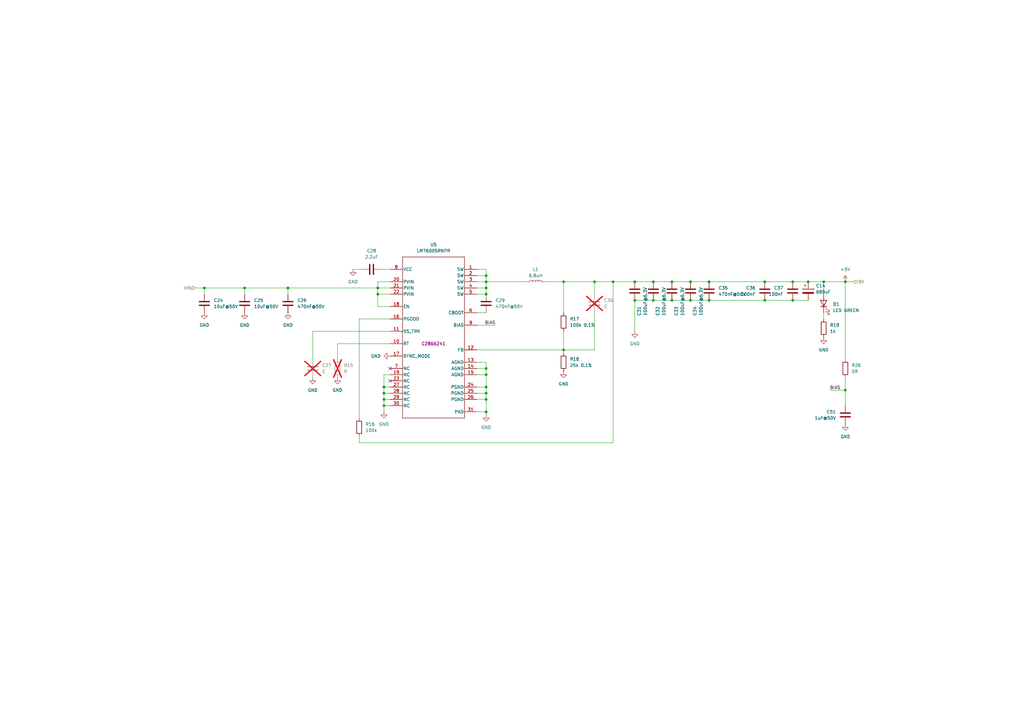
<source format=kicad_sch>
(kicad_sch (version 20250114) (generator "eeschema") (generator_version "9.0")
  (paper "A3")
  (title_block (title "OpenMower SABO Mainboard for Series I & II") (date "2025-05-22") (rev "v0.2") (company "Apeheanger <joerg@ebeling.ws> for OpenMower") (comment 1 "This design is licensed under CC BY-NC 4.0"))
  (lib_symbols
    (symbol "Device:C" (pin_numbers (hide yes)) (pin_names (offset 0.254))
      (property "Reference" "C" (at 0.635 2.54 0))
      (property "Value" "C" (at 0.635 -2.54 0))
      (symbol "C_0_1"
        (polyline (pts (xy -2.032 0.762) (xy 2.032 0.762)) (stroke (width 0.508)))
        (polyline (pts (xy -2.032 -0.762) (xy 2.032 -0.762)) (stroke (width 0.508)))
      )
      (symbol "C_1_1"
        (pin passive line (at 0 3.81 270) (length 2.794) (name "~") (number "1"))
        (pin passive line (at 0 -3.81 90) (length 2.794) (name "~") (number "2"))
      )
    )
    (symbol "Device:C_Polarized" (pin_numbers (hide yes)) (pin_names (offset 0.254))
      (property "Reference" "C" (at 0.635 2.54 0))
      (property "Value" "C_Polarized" (at 0.635 -2.54 0))
      (symbol "C_Polarized_0_1"
        (rectangle (start -2.286 0.508) (end 2.286 1.016))
        (polyline (pts (xy -1.778 2.286) (xy -0.762 2.286)))
        (polyline (pts (xy -1.27 2.794) (xy -1.27 1.778)))
        (rectangle (start 2.286 -0.508) (end -2.286 -1.016) (fill (type outline)))
      )
      (symbol "C_Polarized_1_1"
        (pin passive line (at 0 3.81 270) (length 2.794) (name "~") (number "1"))
        (pin passive line (at 0 -3.81 90) (length 2.794) (name "~") (number "2"))
      )
    )
    (symbol "Device:L" (pin_numbers (hide yes)) (pin_names (offset 1.016) (hide yes))
      (property "Reference" "L" (at -1.27 0 90))
      (property "Value" "L" (at 1.905 0 90))
      (symbol "L_0_1"
        (arc (start 0 2.54) (mid 0.6323 1.905) (end 0 1.27))
        (arc (start 0 1.27) (mid 0.6323 0.635) (end 0 0))
        (arc (start 0 0) (mid 0.6323 -0.635) (end 0 -1.27))
        (arc (start 0 -1.27) (mid 0.6323 -1.905) (end 0 -2.54))
      )
      (symbol "L_1_1"
        (pin passive line (at 0 3.81 270) (length 1.27) (name "1") (number "1"))
        (pin passive line (at 0 -3.81 90) (length 1.27) (name "2") (number "2"))
      )
    )
    (symbol "Device:LED" (pin_numbers (hide yes)) (pin_names (offset 1.016) (hide yes))
      (property "Reference" "D" (at 0 2.54 0))
      (property "Value" "LED" (at 0 -2.54 0))
      (symbol "LED_0_1"
        (polyline (pts (xy -3.048 -0.762) (xy -4.572 -2.286) (xy -3.81 -2.286) (xy -4.572 -2.286) (xy -4.572 -1.524)))
        (polyline (pts (xy -1.778 -0.762) (xy -3.302 -2.286) (xy -2.54 -2.286) (xy -3.302 -2.286) (xy -3.302 -1.524)))
        (polyline (pts (xy -1.27 0) (xy 1.27 0)))
        (polyline (pts (xy -1.27 -1.27) (xy -1.27 1.27)) (stroke (width 0.254)))
        (polyline (pts (xy 1.27 -1.27) (xy 1.27 1.27) (xy -1.27 0) (xy 1.27 -1.27)) (stroke (width 0.254)))
      )
      (symbol "LED_1_1"
        (pin passive line (at -3.81 0 0) (length 2.54) (name "K") (number "1"))
        (pin passive line (at 3.81 0 180) (length 2.54) (name "A") (number "2"))
      )
    )
    (symbol "Device:R" (pin_numbers (hide yes)) (pin_names (offset 0))
      (property "Reference" "R" (at 2.032 0 90))
      (property "Value" "R" (at 0 0 90))
      (symbol "R_0_1"
        (rectangle (start -1.016 -2.54) (end 1.016 2.54) (stroke (width 0.254)))
      )
      (symbol "R_1_1"
        (pin passive line (at 0 3.81 270) (length 1.27) (name "~") (number "1"))
        (pin passive line (at 0 -3.81 90) (length 1.27) (name "~") (number "2"))
      )
    )
    (symbol "LM76005RNPR:LM76005RNPR" (pin_names (offset 0.254))
      (property "Reference" "U" (at 0 2.54 0))
      (property "Value" "LM76005RNPR" (at 0 0 0))
      (symbol "LM76005RNPR_0_1"
        (polyline (pts (xy -12.7 35.56) (xy -12.7 -30.48)) (stroke (width 0.2032)))
        (polyline (pts (xy -12.7 -30.48) (xy 12.7 -30.48)) (stroke (width 0.2032)))
        (polyline (pts (xy 12.7 35.56) (xy -12.7 35.56)) (stroke (width 0.2032)))
        (polyline (pts (xy 12.7 -30.48) (xy 12.7 35.56)) (stroke (width 0.2032)))
        (pin power_in line (at -17.78 30.48 0) (length 5.08) (name "VCC") (number "8"))
        (pin power_in line (at -17.78 25.4 0) (length 5.08) (name "PVIN") (number "20"))
        (pin power_in line (at -17.78 22.86 0) (length 5.08) (name "PVIN") (number "21"))
        (pin power_in line (at -17.78 20.32 0) (length 5.08) (name "PVIN") (number "22"))
        (pin input line (at -17.78 15.24 0) (length 5.08) (name "EN") (number "18"))
        (pin open_collector line (at -17.78 10.16 0) (length 5.08) (name "PGOOD") (number "16"))
        (pin input line (at -17.78 5.08 0) (length 5.08) (name "SS_TRK") (number "11"))
        (pin input line (at -17.78 0 0) (length 5.08) (name "RT") (number "10"))
        (pin input line (at -17.78 -5.08 0) (length 5.08) (name "SYNC_MODE") (number "17"))
        (pin unspecified line (at -17.78 -10.16 0) (length 5.08) (name "NC") (number "7"))
        (pin unspecified line (at -17.78 -12.7 0) (length 5.08) (name "NC") (number "19"))
        (pin unspecified line (at -17.78 -15.24 0) (length 5.08) (name "NC") (number "23"))
        (pin unspecified line (at -17.78 -17.78 0) (length 5.08) (name "NC") (number "27"))
        (pin unspecified line (at -17.78 -20.32 0) (length 5.08) (name "NC") (number "28"))
        (pin unspecified line (at -17.78 -22.86 0) (length 5.08) (name "NC") (number "29"))
        (pin unspecified line (at -17.78 -25.4 0) (length 5.08) (name "NC") (number "30"))
        (pin power_in line (at 17.78 30.48 180) (length 5.08) (name "SW") (number "1"))
        (pin power_in line (at 17.78 27.94 180) (length 5.08) (name "SW") (number "2"))
        (pin power_in line (at 17.78 25.4 180) (length 5.08) (name "SW") (number "3"))
        (pin power_in line (at 17.78 22.86 180) (length 5.08) (name "SW") (number "4"))
        (pin power_in line (at 17.78 20.32 180) (length 5.08) (name "SW") (number "5"))
        (pin power_in line (at 17.78 12.7 180) (length 5.08) (name "CBOOT") (number "6"))
        (pin unspecified line (at 17.78 7.62 180) (length 5.08) (name "BIAS") (number "9"))
        (pin input line (at 17.78 -2.54 180) (length 5.08) (name "FB") (number "12"))
        (pin power_in line (at 17.78 -7.62 180) (length 5.08) (name "AGND") (number "13"))
        (pin power_in line (at 17.78 -10.16 180) (length 5.08) (name "AGND") (number "14"))
        (pin power_in line (at 17.78 -12.7 180) (length 5.08) (name "AGND") (number "15"))
        (pin power_in line (at 17.78 -17.78 180) (length 5.08) (name "PGND") (number "24"))
        (pin power_in line (at 17.78 -20.32 180) (length 5.08) (name "PGND") (number "25"))
        (pin power_in line (at 17.78 -22.86 180) (length 5.08) (name "PGND") (number "26"))
        (pin power_in line (at 17.78 -27.94 180) (length 5.08) (name "PAD") (number "31"))
      )
    )
    (symbol "power:+5V" (power) (pin_numbers (hide yes)) (pin_names (offset 0) (hide yes))
      (property "Value" "+5V" (at 0 3.556 0))
      (symbol "+5V_0_1"
        (polyline (pts (xy -0.762 1.27) (xy 0 2.54)))
        (polyline (pts (xy 0 2.54) (xy 0.762 1.27)))
        (polyline (pts (xy 0 0) (xy 0 2.54)))
      )
      (symbol "+5V_1_1"
        (pin power_in line (at 0 0 90) (length 0) (name "~") (number "1"))
      )
    )
    (symbol "power:GND" (power) (pin_numbers (hide yes)) (pin_names (offset 0) (hide yes))
      (property "Value" "GND" (at 0 -3.81 0))
      (symbol "GND_0_1"
        (polyline (pts (xy 0 0) (xy 0 -1.27) (xy 1.27 -1.27) (xy 0 -2.54) (xy -1.27 -1.27) (xy 0 -1.27)))
      )
      (symbol "GND_1_1"
        (pin power_in line (at 0 0 270) (length 0) (name "~") (number "1"))
      )
    )
  )
  (junction (at 199.39 158.75))
  (junction (at 337.82 115.57))
  (junction (at 267.97 115.57))
  (junction (at 83.82 118.11))
  (junction (at 199.39 163.83))
  (junction (at 199.39 161.29))
  (junction (at 154.94 118.11))
  (junction (at 275.59 123.19))
  (junction (at 283.21 123.19))
  (junction (at 267.97 123.19))
  (junction (at 283.21 115.57))
  (junction (at 199.39 151.13))
  (junction (at 313.69 123.19))
  (junction (at 346.71 160.02))
  (junction (at 199.39 115.57))
  (junction (at 199.39 113.03))
  (junction (at 231.14 143.51))
  (junction (at 199.39 168.91))
  (junction (at 290.83 123.19))
  (junction (at 199.39 120.65))
  (junction (at 154.94 120.65))
  (junction (at 331.47 115.57))
  (junction (at 260.35 123.19))
  (junction (at 118.11 118.11))
  (junction (at 100.33 118.11))
  (junction (at 157.48 158.75))
  (junction (at 243.84 115.57))
  (junction (at 157.48 161.29))
  (junction (at 325.12 123.19))
  (junction (at 231.14 115.57))
  (junction (at 157.48 166.37))
  (junction (at 199.39 118.11))
  (junction (at 251.46 115.57))
  (junction (at 157.48 163.83))
  (junction (at 260.35 115.57))
  (junction (at 313.69 115.57))
  (junction (at 275.59 115.57))
  (junction (at 199.39 153.67))
  (junction (at 290.83 115.57))
  (junction (at 325.12 115.57))
  (junction (at 346.71 115.57))
  (no_connect (at 160.02 156.21))
  (no_connect (at 160.02 151.13))
  (wire (pts (xy 243.84 115.57) (xy 231.14 115.57)))
  (wire (pts (xy 346.71 115.57) (xy 346.71 147.32)))
  (wire (pts (xy 154.94 120.65) (xy 160.02 120.65)))
  (wire (pts (xy 160.02 125.73) (xy 154.94 125.73)))
  (wire (pts (xy 195.58 143.51) (xy 231.14 143.51)))
  (wire (pts (xy 251.46 115.57) (xy 251.46 181.61)))
  (wire (pts (xy 195.58 161.29) (xy 199.39 161.29)))
  (wire (pts (xy 118.11 118.11) (xy 154.94 118.11)))
  (wire (pts (xy 195.58 133.35) (xy 203.2 133.35)))
  (wire (pts (xy 157.48 166.37) (xy 160.02 166.37)))
  (wire (pts (xy 154.94 118.11) (xy 154.94 120.65)))
  (wire (pts (xy 195.58 158.75) (xy 199.39 158.75)))
  (wire (pts (xy 157.48 161.29) (xy 160.02 161.29)))
  (wire (pts (xy 231.14 115.57) (xy 231.14 128.27)))
  (wire (pts (xy 337.82 115.57) (xy 337.82 120.65)))
  (wire (pts (xy 157.48 163.83) (xy 160.02 163.83)))
  (wire (pts (xy 157.48 153.67) (xy 160.02 153.67)))
  (wire (pts (xy 283.21 115.57) (xy 290.83 115.57)))
  (wire (pts (xy 195.58 113.03) (xy 199.39 113.03)))
  (wire (pts (xy 157.48 161.29) (xy 157.48 158.75)))
  (wire (pts (xy 147.32 130.81) (xy 147.32 171.45)))
  (wire (pts (xy 144.78 110.49) (xy 148.59 110.49)))
  (wire (pts (xy 346.71 154.94) (xy 346.71 160.02)))
  (wire (pts (xy 157.48 163.83) (xy 157.48 161.29)))
  (wire (pts (xy 325.12 115.57) (xy 331.47 115.57)))
  (wire (pts (xy 195.58 118.11) (xy 199.39 118.11)))
  (wire (pts (xy 251.46 115.57) (xy 260.35 115.57)))
  (wire (pts (xy 160.02 135.89) (xy 128.27 135.89)))
  (wire (pts (xy 195.58 153.67) (xy 199.39 153.67)))
  (wire (pts (xy 154.94 120.65) (xy 154.94 125.73)))
  (wire (pts (xy 267.97 115.57) (xy 275.59 115.57)))
  (wire (pts (xy 199.39 168.91) (xy 199.39 170.18)))
  (wire (pts (xy 223.52 115.57) (xy 231.14 115.57)))
  (wire (pts (xy 313.69 115.57) (xy 325.12 115.57)))
  (wire (pts (xy 195.58 110.49) (xy 199.39 110.49)))
  (wire (pts (xy 156.21 110.49) (xy 160.02 110.49)))
  (wire (pts (xy 199.39 163.83) (xy 199.39 168.91)))
  (wire (pts (xy 199.39 110.49) (xy 199.39 113.03)))
  (wire (pts (xy 346.71 160.02) (xy 346.71 166.37)))
  (wire (pts (xy 160.02 140.97) (xy 138.43 140.97)))
  (wire (pts (xy 337.82 128.27) (xy 337.82 130.81)))
  (wire (pts (xy 157.48 158.75) (xy 160.02 158.75)))
  (wire (pts (xy 199.39 118.11) (xy 199.39 120.65)))
  (wire (pts (xy 199.39 151.13) (xy 199.39 153.67)))
  (wire (pts (xy 100.33 118.11) (xy 118.11 118.11)))
  (wire (pts (xy 231.14 135.89) (xy 231.14 143.51)))
  (wire (pts (xy 231.14 143.51) (xy 231.14 144.78)))
  (wire (pts (xy 243.84 128.27) (xy 243.84 143.51)))
  (wire (pts (xy 290.83 115.57) (xy 313.69 115.57)))
  (wire (pts (xy 157.48 158.75) (xy 157.48 153.67)))
  (wire (pts (xy 154.94 118.11) (xy 160.02 118.11)))
  (wire (pts (xy 100.33 118.11) (xy 100.33 120.65)))
  (wire (pts (xy 83.82 118.11) (xy 83.82 120.65)))
  (wire (pts (xy 199.39 120.65) (xy 195.58 120.65)))
  (wire (pts (xy 243.84 115.57) (xy 243.84 120.65)))
  (wire (pts (xy 147.32 130.81) (xy 160.02 130.81)))
  (wire (pts (xy 199.39 115.57) (xy 215.9 115.57)))
  (wire (pts (xy 157.48 168.91) (xy 157.48 166.37)))
  (wire (pts (xy 199.39 158.75) (xy 199.39 161.29)))
  (wire (pts (xy 147.32 181.61) (xy 251.46 181.61)))
  (wire (pts (xy 80.01 118.11) (xy 83.82 118.11)))
  (wire (pts (xy 199.39 115.57) (xy 199.39 118.11)))
  (wire (pts (xy 243.84 143.51) (xy 231.14 143.51)))
  (wire (pts (xy 283.21 123.19) (xy 275.59 123.19)))
  (wire (pts (xy 313.69 123.19) (xy 290.83 123.19)))
  (wire (pts (xy 199.39 113.03) (xy 199.39 115.57)))
  (wire (pts (xy 275.59 123.19) (xy 267.97 123.19)))
  (wire (pts (xy 195.58 151.13) (xy 199.39 151.13)))
  (wire (pts (xy 195.58 128.27) (xy 199.39 128.27)))
  (wire (pts (xy 290.83 123.19) (xy 283.21 123.19)))
  (wire (pts (xy 157.48 166.37) (xy 157.48 163.83)))
  (wire (pts (xy 118.11 118.11) (xy 118.11 120.65)))
  (wire (pts (xy 275.59 115.57) (xy 283.21 115.57)))
  (wire (pts (xy 251.46 115.57) (xy 243.84 115.57)))
  (wire (pts (xy 195.58 115.57) (xy 199.39 115.57)))
  (wire (pts (xy 340.36 160.02) (xy 346.71 160.02)))
  (wire (pts (xy 325.12 123.19) (xy 313.69 123.19)))
  (wire (pts (xy 138.43 140.97) (xy 138.43 147.32)))
  (wire (pts (xy 195.58 168.91) (xy 199.39 168.91)))
  (wire (pts (xy 325.12 123.19) (xy 331.47 123.19)))
  (wire (pts (xy 199.39 161.29) (xy 199.39 163.83)))
  (wire (pts (xy 337.82 115.57) (xy 346.71 115.57)))
  (wire (pts (xy 128.27 135.89) (xy 128.27 147.32)))
  (wire (pts (xy 195.58 163.83) (xy 199.39 163.83)))
  (wire (pts (xy 267.97 123.19) (xy 260.35 123.19)))
  (wire (pts (xy 195.58 148.59) (xy 199.39 148.59)))
  (wire (pts (xy 147.32 181.61) (xy 147.32 179.07)))
  (wire (pts (xy 160.02 115.57) (xy 154.94 115.57)))
  (wire (pts (xy 346.71 115.57) (xy 350.52 115.57)))
  (wire (pts (xy 154.94 115.57) (xy 154.94 118.11)))
  (wire (pts (xy 199.39 148.59) (xy 199.39 151.13)))
  (wire (pts (xy 260.35 123.19) (xy 260.35 135.89)))
  (wire (pts (xy 199.39 153.67) (xy 199.39 158.75)))
  (wire (pts (xy 260.35 115.57) (xy 267.97 115.57)))
  (wire (pts (xy 83.82 118.11) (xy 100.33 118.11)))
  (wire (pts (xy 331.47 115.57) (xy 337.82 115.57)))
  (label "BIAS" (at 203.2 133.35 180))
  (label "BIAS" (at 340.36 160.02 0))
  (hierarchical_label "VIN" (shape input) (at 80.01 118.11 180))
  (hierarchical_label "5V" (shape output) (at 350.52 115.57 0))
  (symbol (lib_id "Device:C") (at 283.21 119.38 0) (unit 1)
    (property "Reference" "C34" (at 284.988 129.54 90) (effects (justify left)))
    (property "Value" "100uF@6.3V" (at 287.528 129.54 90) (effects (justify left)))
    (property "Footprint" "Capacitor_SMD:C_1206_3216Metric" (effects (hide yes)))
    (property "Description" "Unpolarized capacitor" (effects (hide yes)))
    (property "JLC" "C15008" (effects (hide yes)))
  )
  (symbol (lib_id "power:GND") (at 157.48 168.91 0) (unit 1)
    (property "Reference" "#PWR044" (effects (hide yes)))
    (property "Value" "GND" (at 157.48 173.99 0))
    (property "Description" "Power symbol creates a global label with name \"GND\" , ground" (effects (hide yes)))
  )
  (symbol (lib_id "Device:R") (at 147.32 175.26 0) (unit 1)
    (property "Reference" "R16" (at 149.86 173.9899 0) (effects (justify left)))
    (property "Value" "100k" (at 149.86 176.5299 0) (effects (justify left)))
    (property "Footprint" "Resistor_SMD:R_0805_2012Metric" (effects (hide yes)))
    (property "Description" "Resistor" (effects (hide yes)))
    (property "JLC" "C149504" (effects (hide yes)))
  )
  (symbol (lib_id "power:GND") (at 231.14 152.4 0) (unit 1)
    (property "Reference" "#PWR048" (effects (hide yes)))
    (property "Value" "GND" (at 231.14 157.48 0))
    (property "Description" "Power symbol creates a global label with name \"GND\" , ground" (effects (hide yes)))
  )
  (symbol (lib_id "power:GND") (at 337.82 138.43 0) (unit 1)
    (property "Reference" "#PWR050" (effects (hide yes)))
    (property "Value" "GND" (at 337.82 143.51 0))
    (property "Description" "Power symbol creates a global label with name \"GND\" , ground" (effects (hide yes)))
  )
  (symbol (lib_id "Device:C") (at 325.12 119.38 0) (mirror x) (unit 1)
    (property "Reference" "C37" (at 321.31 118.1099 0) (effects (justify right)))
    (property "Value" "100nF" (at 321.31 120.6499 0) (effects (justify right)))
    (property "Footprint" "Capacitor_SMD:C_0402_1005Metric" (effects (hide yes)))
    (property "Description" "Unpolarized capacitor" (effects (hide yes)))
    (property "JLC" "C307331" (effects (hide yes)))
  )
  (symbol (lib_id "Device:C") (at 290.83 119.38 0) (unit 1)
    (property "Reference" "C35" (at 294.64 118.1099 0) (effects (justify left)))
    (property "Value" "470nF@50V" (at 294.64 120.6499 0) (effects (justify left)))
    (property "Footprint" "Capacitor_SMD:C_0805_2012Metric" (effects (hide yes)))
    (property "Description" "Unpolarized capacitor" (effects (hide yes)))
    (property "JLC" "C13967" (effects (hide yes)))
  )
  (symbol (lib_id "Device:L") (at 219.71 115.57 90) (unit 1)
    (property "Reference" "L1" (at 219.71 110.49 90))
    (property "Value" "6.8uH" (at 219.71 113.03 90))
    (property "Footprint" "Inductor_SMD:L_Sunlord_MWSA1004S" (effects (hide yes)))
    (property "Description" "Inductor" (effects (hide yes)))
    (property "JLC" "C408485" (effects (hide yes)))
  )
  (symbol (lib_id "Device:C") (at 83.82 124.46 0) (unit 1)
    (property "Reference" "C24" (at 87.63 123.1899 0) (effects (justify left)))
    (property "Value" "10uF@50V" (at 87.63 125.7299 0) (effects (justify left)))
    (property "Footprint" "Capacitor_SMD:C_1206_3216Metric" (effects (hide yes)))
    (property "Description" "Unpolarized capacitor" (effects (hide yes)))
    (property "JLC" "C13585" (effects (hide yes)))
  )
  (symbol (lib_id "LM76005RNPR:LM76005RNPR") (at 177.8 140.97 0) (unit 1)
    (property "Reference" "U5" (at 177.8 100.33 0))
    (property "Value" "LM76005RNPR" (at 177.8 102.87 0))
    (property "Footprint" "local_DCDC:LM76005RNPR" (effects (hide yes)))
    (property "Datasheet" "LM76005RNPR" (effects (hide yes)))
    (property "MF" "Texas Instruments" (effects (hide yes)))
    (property "MP" "LM76005RNPR" (effects (hide yes)))
    (property "LCSC Part #" "C2866241" (at 177.8 140.97 0))
  )
  (symbol (lib_id "Device:R") (at 231.14 148.59 0) (unit 1)
    (property "Reference" "R18" (at 233.68 147.3199 0) (effects (justify left)))
    (property "Value" "25k 0.1%" (at 233.68 149.8599 0) (effects (justify left)))
    (property "Footprint" "Resistor_SMD:R_0805_2012Metric" (effects (hide yes)))
    (property "Description" "Resistor" (effects (hide yes)))
    (property "JLC" "C153306" (effects (hide yes)))
  )
  (symbol (lib_id "power:GND") (at 260.35 135.89 0) (unit 1)
    (property "Reference" "#PWR049" (effects (hide yes)))
    (property "Value" "GND" (at 260.35 140.97 0))
    (property "Description" "Power symbol creates a global label with name \"GND\" , ground" (effects (hide yes)))
  )
  (symbol (lib_id "Device:LED") (at 337.82 124.46 90) (unit 1)
    (property "Reference" "D1" (at 341.63 124.7774 90) (effects (justify right)))
    (property "Value" "LED GREEN" (at 341.63 127.3174 90) (effects (justify right)))
    (property "Footprint" "LED_SMD:LED_0805_2012Metric" (effects (hide yes)))
    (property "Description" "Light emitting diode" (effects (hide yes)))
    (property "JLC" "C2297" (effects (hide yes)))
    (property "Sim.Pins" "1=K 2=A" (effects (hide yes)))
  )
  (symbol (lib_id "Device:R") (at 346.71 151.13 0) (unit 1)
    (property "Reference" "R26" (at 349.25 149.8599 0) (effects (justify left)))
    (property "Value" "0R" (at 349.25 152.3999 0) (effects (justify left)))
    (property "Footprint" "Resistor_SMD:R_0805_2012Metric" (effects (hide yes)))
    (property "Description" "Resistor" (effects (hide yes)))
    (property "JLC" "C17477" (effects (hide yes)))
  )
  (symbol (lib_id "Device:C") (at 100.33 124.46 0) (unit 1)
    (property "Reference" "C25" (at 104.14 123.1899 0) (effects (justify left)))
    (property "Value" "10uF@50V" (at 104.14 125.7299 0) (effects (justify left)))
    (property "Footprint" "Capacitor_SMD:C_1206_3216Metric" (effects (hide yes)))
    (property "Description" "Unpolarized capacitor" (effects (hide yes)))
    (property "JLC" "C13585" (effects (hide yes)))
  )
  (symbol (lib_id "power:GND") (at 83.82 128.27 0) (unit 1)
    (property "Reference" "#PWR038" (effects (hide yes)))
    (property "Value" "GND" (at 83.82 133.35 0))
    (property "Description" "Power symbol creates a global label with name \"GND\" , ground" (effects (hide yes)))
  )
  (symbol (lib_id "Device:C") (at 267.97 119.38 0) (unit 1)
    (property "Reference" "C32" (at 269.748 129.54 90) (effects (justify left)))
    (property "Value" "100uF@6.3V" (at 272.288 129.54 90) (effects (justify left)))
    (property "Footprint" "Capacitor_SMD:C_1206_3216Metric" (effects (hide yes)))
    (property "Description" "Unpolarized capacitor" (effects (hide yes)))
    (property "JLC" "C15008" (effects (hide yes)))
  )
  (symbol (lib_id "Device:C") (at 199.39 124.46 180) (unit 1)
    (property "Reference" "C29" (at 203.2 123.1899 0) (effects (justify right)))
    (property "Value" "470nF@50V" (at 203.2 125.7299 0) (effects (justify right)))
    (property "Footprint" "Capacitor_SMD:C_0805_2012Metric" (effects (hide yes)))
    (property "Description" "Unpolarized capacitor" (effects (hide yes)))
    (property "JLC" "C13967" (effects (hide yes)))
  )
  (symbol (lib_id "Device:C") (at 128.27 151.13 0) (unit 1) (dnp yes)
    (property "Reference" "C27" (at 132.08 149.8599 0) (effects (justify left)))
    (property "Value" "C" (at 132.08 152.3999 0) (effects (justify left)))
    (property "Footprint" "Capacitor_SMD:C_0805_2012Metric" (effects (hide yes)))
    (property "Description" "Unpolarized capacitor" (effects (hide yes)))
  )
  (symbol (lib_id "power:GND") (at 160.02 146.05 270) (unit 1)
    (property "Reference" "#PWR043" (effects (hide yes)))
    (property "Value" "GND" (at 156.21 146.0499 90) (effects (justify right)))
    (property "Description" "Power symbol creates a global label with name \"GND\" , ground" (effects (hide yes)))
  )
  (symbol (lib_id "power:GND") (at 128.27 154.94 0) (unit 1)
    (property "Reference" "#PWR041" (effects (hide yes)))
    (property "Value" "GND" (at 128.27 160.02 0))
    (property "Description" "Power symbol creates a global label with name \"GND\" , ground" (effects (hide yes)))
  )
  (symbol (lib_id "Device:R") (at 138.43 151.13 0) (unit 1) (dnp yes)
    (property "Reference" "R15" (at 140.97 149.8599 0) (effects (justify left)))
    (property "Value" "R" (at 140.97 152.3999 0) (effects (justify left)))
    (property "Footprint" "Resistor_SMD:R_0805_2012Metric" (effects (hide yes)))
    (property "Description" "Resistor" (effects (hide yes)))
  )
  (symbol (lib_id "power:GND") (at 118.11 128.27 0) (unit 1)
    (property "Reference" "#PWR040" (effects (hide yes)))
    (property "Value" "GND" (at 118.11 133.35 0))
    (property "Description" "Power symbol creates a global label with name \"GND\" , ground" (effects (hide yes)))
  )
  (symbol (lib_id "Device:C_Polarized") (at 331.47 119.38 0) (unit 1)
    (property "Reference" "C14" (at 334.645 117.2209 0) (effects (justify left)))
    (property "Value" "680uF" (at 334.645 119.7609 0) (effects (justify left)))
    (property "Footprint" "Capacitor_SMD:CP_Elec_10x12.5" (effects (hide yes)))
    (property "Description" "680uF 35V ±20% SMD,D10xL12.5mm Aluminum Electrolytic Capacitors" (effects (hide yes)))
    (property "Stock_PN" "CP-SMD-680uF-35V" (effects (hide yes)))
    (property "Digikey" "P124828TR-ND" (effects (hide yes)))
    (property "JLC" "C22387801" (effects (hide yes)))
    (property "FT Rotation Offset" "180" (effects (hide yes)))
  )
  (symbol (lib_id "power:GND") (at 138.43 154.94 0) (unit 1)
    (property "Reference" "#PWR042" (effects (hide yes)))
    (property "Value" "GND" (at 138.43 160.02 0))
    (property "Description" "Power symbol creates a global label with name \"GND\" , ground" (effects (hide yes)))
  )
  (symbol (lib_id "power:+5V") (at 346.71 115.57 0) (unit 1)
    (property "Reference" "#PWR018" (effects (hide yes)))
    (property "Value" "+5V" (at 346.71 110.49 0))
    (property "Description" "Power symbol creates a global label with name \"+5V\"" (effects (hide yes)))
  )
  (symbol (lib_id "power:GND") (at 144.78 110.49 0) (unit 1)
    (property "Reference" "#PWR047" (effects (hide yes)))
    (property "Value" "GND" (at 144.78 115.57 0))
    (property "Description" "Power symbol creates a global label with name \"GND\" , ground" (effects (hide yes)))
  )
  (symbol (lib_id "Device:C") (at 346.71 170.18 0) (mirror x) (unit 1)
    (property "Reference" "C51" (at 342.9 168.9099 0) (effects (justify right)))
    (property "Value" "1uF@50V" (at 342.9 171.4499 0) (effects (justify right)))
    (property "Footprint" "Capacitor_SMD:C_0805_2012Metric" (effects (hide yes)))
    (property "Description" "Unpolarized capacitor" (effects (hide yes)))
    (property "JLC" "C354368" (effects (hide yes)))
  )
  (symbol (lib_id "power:GND") (at 100.33 128.27 0) (unit 1)
    (property "Reference" "#PWR039" (effects (hide yes)))
    (property "Value" "GND" (at 100.33 133.35 0))
    (property "Description" "Power symbol creates a global label with name \"GND\" , ground" (effects (hide yes)))
  )
  (symbol (lib_id "Device:C") (at 243.84 124.46 0) (unit 1) (dnp yes)
    (property "Reference" "C30" (at 247.65 123.1899 0) (effects (justify left)))
    (property "Value" "C" (at 247.65 125.7299 0) (effects (justify left)))
    (property "Footprint" "Capacitor_SMD:C_0805_2012Metric" (effects (hide yes)))
    (property "Description" "Unpolarized capacitor" (effects (hide yes)))
  )
  (symbol (lib_id "Device:C") (at 313.69 119.38 0) (mirror x) (unit 1)
    (property "Reference" "C36" (at 309.88 118.1099 0) (effects (justify right)))
    (property "Value" "100nF" (at 309.88 120.6499 0) (effects (justify right)))
    (property "Footprint" "Capacitor_SMD:C_0402_1005Metric" (effects (hide yes)))
    (property "Description" "Unpolarized capacitor" (effects (hide yes)))
    (property "JLC" "C307331" (effects (hide yes)))
  )
  (symbol (lib_id "Device:C") (at 152.4 110.49 90) (unit 1)
    (property "Reference" "C28" (at 152.4 102.87 90))
    (property "Value" "2.2uF" (at 152.4 105.41 90))
    (property "Footprint" "Capacitor_SMD:C_0805_2012Metric" (effects (hide yes)))
    (property "Description" "Unpolarized capacitor" (effects (hide yes)))
    (property "JLC" "C377773" (effects (hide yes)))
  )
  (symbol (lib_id "Device:C") (at 275.59 119.38 0) (unit 1)
    (property "Reference" "C33" (at 277.368 129.54 90) (effects (justify left)))
    (property "Value" "100uF@6.3V" (at 279.908 129.54 90) (effects (justify left)))
    (property "Footprint" "Capacitor_SMD:C_1206_3216Metric" (effects (hide yes)))
    (property "Description" "Unpolarized capacitor" (effects (hide yes)))
    (property "JLC" "C15008" (effects (hide yes)))
  )
  (symbol (lib_id "power:GND") (at 346.71 173.99 0) (unit 1)
    (property "Reference" "#PWR056" (effects (hide yes)))
    (property "Value" "GND" (at 346.71 179.07 0))
    (property "Description" "Power symbol creates a global label with name \"GND\" , ground" (effects (hide yes)))
  )
  (symbol (lib_id "Device:C") (at 260.35 119.38 0) (unit 1)
    (property "Reference" "C31" (at 262.128 129.54 90) (effects (justify left)))
    (property "Value" "100uF@6.3V" (at 264.668 129.54 90) (effects (justify left)))
    (property "Footprint" "Capacitor_SMD:C_1206_3216Metric" (effects (hide yes)))
    (property "Description" "Unpolarized capacitor" (effects (hide yes)))
    (property "JLC" "C15008" (effects (hide yes)))
  )
  (symbol (lib_id "Device:C") (at 118.11 124.46 0) (unit 1)
    (property "Reference" "C26" (at 121.92 123.1899 0) (effects (justify left)))
    (property "Value" "470nF@50V" (at 121.92 125.7299 0) (effects (justify left)))
    (property "Footprint" "Capacitor_SMD:C_0805_2012Metric" (effects (hide yes)))
    (property "Description" "Unpolarized capacitor" (effects (hide yes)))
    (property "JLC" "C13967" (effects (hide yes)))
  )
  (symbol (lib_id "power:GND") (at 199.39 170.18 0) (unit 1)
    (property "Reference" "#PWR046" (effects (hide yes)))
    (property "Value" "GND" (at 199.39 175.26 0))
    (property "Description" "Power symbol creates a global label with name \"GND\" , ground" (effects (hide yes)))
  )
  (symbol (lib_id "Device:R") (at 231.14 132.08 0) (unit 1)
    (property "Reference" "R17" (at 233.68 130.8099 0) (effects (justify left)))
    (property "Value" "100k 0.1%" (at 233.68 133.3499 0) (effects (justify left)))
    (property "Footprint" "Resistor_SMD:R_0805_2012Metric" (effects (hide yes)))
    (property "Description" "125mW Thin Film Resistor 150V ±25ppm/℃ ±0.1% 100kΩ 0805 Chip Resistor" (effects (hide yes)))
    (property "JLC" "C122537" (effects (hide yes)))
  )
  (symbol (lib_id "Device:R") (at 337.82 134.62 0) (unit 1)
    (property "Reference" "R19" (at 340.36 133.3499 0) (effects (justify left)))
    (property "Value" "1k" (at 340.36 135.8899 0) (effects (justify left)))
    (property "Footprint" "Resistor_SMD:R_0805_2012Metric" (effects (hide yes)))
    (property "Description" "Resistor" (effects (hide yes)))
    (property "JLC" "C17513" (effects (hide yes)))
  )
)
</source>
